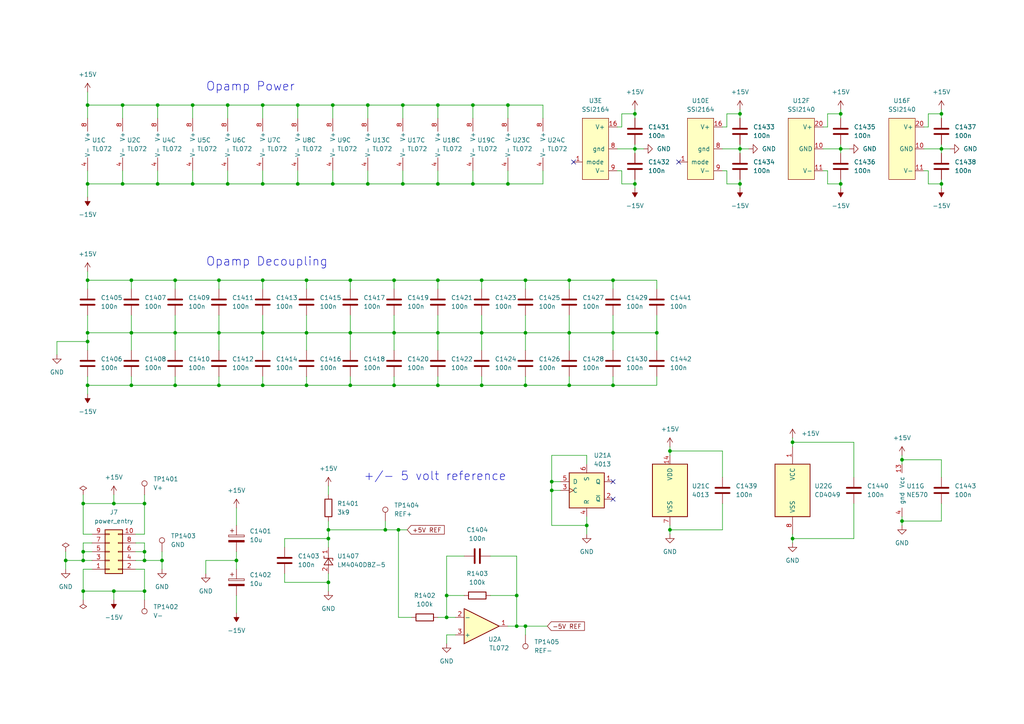
<source format=kicad_sch>
(kicad_sch (version 20230121) (generator eeschema)
  (paper "A4")
  (title_block (title "Josh Ox Ribbon Synth VCF/VCA/BBD board") (date "2023-01-07") (rev "1.0") (comment 1 "creativecommons.org/licenses/by/4.0/") (comment 2 "License: CC by 4.0") (comment 3 "Author: Jordan Aceto"))
  (junction (at 261.62 151.13))
  (junction (at 194.31 130.81))
  (junction (at 114.3 111.76))
  (junction (at 139.7 96.52))
  (junction (at 116.84 53.34))
  (junction (at 63.5 96.52))
  (junction (at 25.4 99.06))
  (junction (at 35.56 30.48))
  (junction (at 33.02 171.45))
  (junction (at 33.02 146.05))
  (junction (at 129.54 172.72))
  (junction (at 127 111.76))
  (junction (at 66.04 53.34))
  (junction (at 106.68 30.48))
  (junction (at 177.8 81.28))
  (junction (at 139.7 81.28))
  (junction (at 214.63 33.02))
  (junction (at 68.58 162.56))
  (junction (at 243.84 53.34))
  (junction (at 76.2 30.48))
  (junction (at 45.72 30.48))
  (junction (at 76.2 96.52))
  (junction (at 86.36 53.34))
  (junction (at 101.6 111.76))
  (junction (at 25.4 81.28))
  (junction (at 115.57 153.67))
  (junction (at 243.84 43.18))
  (junction (at 165.1 96.52))
  (junction (at 19.05 162.56))
  (junction (at 147.32 53.34))
  (junction (at 243.84 33.02))
  (junction (at 127 53.34))
  (junction (at 38.1 111.76))
  (junction (at 149.86 181.61))
  (junction (at 41.91 162.56))
  (junction (at 95.25 153.67))
  (junction (at 50.8 111.76))
  (junction (at 111.76 153.67))
  (junction (at 177.8 111.76))
  (junction (at 63.5 111.76))
  (junction (at 194.31 153.67))
  (junction (at 114.3 96.52))
  (junction (at 41.91 146.05))
  (junction (at 273.05 43.18))
  (junction (at 165.1 111.76))
  (junction (at 96.52 30.48))
  (junction (at 76.2 81.28))
  (junction (at 273.05 33.02))
  (junction (at 88.9 96.52))
  (junction (at 38.1 96.52))
  (junction (at 45.72 53.34))
  (junction (at 24.13 146.05))
  (junction (at 137.16 53.34))
  (junction (at 160.02 142.24))
  (junction (at 50.8 96.52))
  (junction (at 229.87 156.21))
  (junction (at 137.16 30.48))
  (junction (at 25.4 30.48))
  (junction (at 25.4 96.52))
  (junction (at 127 81.28))
  (junction (at 106.68 53.34))
  (junction (at 46.99 162.56))
  (junction (at 149.86 172.72))
  (junction (at 66.04 30.48))
  (junction (at 127 30.48))
  (junction (at 38.1 81.28))
  (junction (at 152.4 111.76))
  (junction (at 261.62 133.35))
  (junction (at 190.5 96.52))
  (junction (at 35.56 53.34))
  (junction (at 170.18 152.4))
  (junction (at 24.13 171.45))
  (junction (at 55.88 53.34))
  (junction (at 160.02 139.7))
  (junction (at 76.2 111.76))
  (junction (at 184.15 43.18))
  (junction (at 114.3 81.28))
  (junction (at 41.91 171.45))
  (junction (at 184.15 53.34))
  (junction (at 152.4 96.52))
  (junction (at 88.9 81.28))
  (junction (at 147.32 30.48))
  (junction (at 41.91 160.02))
  (junction (at 214.63 53.34))
  (junction (at 63.5 81.28))
  (junction (at 116.84 30.48))
  (junction (at 129.54 179.07))
  (junction (at 214.63 43.18))
  (junction (at 184.15 33.02))
  (junction (at 25.4 53.34))
  (junction (at 86.36 30.48))
  (junction (at 101.6 96.52))
  (junction (at 24.13 162.56))
  (junction (at 95.25 156.21))
  (junction (at 76.2 53.34))
  (junction (at 152.4 81.28))
  (junction (at 24.13 160.02))
  (junction (at 152.4 181.61))
  (junction (at 165.1 81.28))
  (junction (at 127 96.52))
  (junction (at 55.88 30.48))
  (junction (at 88.9 111.76))
  (junction (at 50.8 81.28))
  (junction (at 96.52 53.34))
  (junction (at 177.8 96.52))
  (junction (at 273.05 53.34))
  (junction (at 101.6 81.28))
  (junction (at 139.7 111.76))
  (junction (at 25.4 111.76))
  (junction (at 95.25 168.91))
  (junction (at 229.87 128.27))
  (no_connect (at 177.8 139.7))
  (no_connect (at 196.85 46.99))
  (no_connect (at 177.8 144.78))
  (no_connect (at 166.37 46.99))
  (wire (pts (xy 106.68 53.34) (xy 106.68 49.53)))
  (wire (pts (xy 116.84 53.34) (xy 116.84 49.53)))
  (wire (pts (xy 177.8 96.52) (xy 190.5 96.52)))
  (wire (pts (xy 152.4 184.15) (xy 152.4 181.61)))
  (wire (pts (xy 160.02 142.24) (xy 162.56 142.24)))
  (wire (pts (xy 149.86 181.61) (xy 152.4 181.61)))
  (wire (pts (xy 209.55 153.67) (xy 194.31 153.67)))
  (wire (pts (xy 39.37 154.94) (xy 41.91 154.94)))
  (wire (pts (xy 134.62 161.29) (xy 129.54 161.29)))
  (wire (pts (xy 160.02 139.7) (xy 160.02 132.08)))
  (wire (pts (xy 88.9 83.82) (xy 88.9 81.28)))
  (wire (pts (xy 66.04 30.48) (xy 76.2 30.48)))
  (wire (pts (xy 275.59 43.18) (xy 273.05 43.18)))
  (wire (pts (xy 190.5 96.52) (xy 190.5 101.6)))
  (wire (pts (xy 157.48 53.34) (xy 157.48 49.53)))
  (wire (pts (xy 240.03 53.34) (xy 243.84 53.34)))
  (wire (pts (xy 229.87 128.27) (xy 229.87 129.54)))
  (wire (pts (xy 116.84 53.34) (xy 127 53.34)))
  (wire (pts (xy 149.86 172.72) (xy 142.24 172.72)))
  (wire (pts (xy 96.52 30.48) (xy 106.68 30.48)))
  (wire (pts (xy 45.72 30.48) (xy 55.88 30.48)))
  (wire (pts (xy 180.34 36.83) (xy 180.34 33.02)))
  (wire (pts (xy 137.16 30.48) (xy 137.16 34.29)))
  (wire (pts (xy 214.63 54.61) (xy 214.63 53.34)))
  (wire (pts (xy 273.05 33.02) (xy 273.05 34.29)))
  (wire (pts (xy 214.63 43.18) (xy 214.63 44.45)))
  (wire (pts (xy 261.62 152.4) (xy 261.62 151.13)))
  (wire (pts (xy 63.5 91.44) (xy 63.5 96.52)))
  (wire (pts (xy 190.5 81.28) (xy 190.5 83.82)))
  (wire (pts (xy 106.68 34.29) (xy 106.68 30.48)))
  (wire (pts (xy 26.67 165.1) (xy 24.13 165.1)))
  (wire (pts (xy 88.9 111.76) (xy 101.6 111.76)))
  (wire (pts (xy 149.86 161.29) (xy 149.86 172.72)))
  (wire (pts (xy 240.03 36.83) (xy 238.76 36.83)))
  (wire (pts (xy 41.91 171.45) (xy 41.91 165.1)))
  (wire (pts (xy 45.72 30.48) (xy 45.72 34.29)))
  (wire (pts (xy 82.55 156.21) (xy 82.55 158.75)))
  (wire (pts (xy 152.4 181.61) (xy 158.75 181.61)))
  (wire (pts (xy 114.3 111.76) (xy 127 111.76)))
  (wire (pts (xy 55.88 30.48) (xy 55.88 34.29)))
  (wire (pts (xy 35.56 30.48) (xy 45.72 30.48)))
  (wire (pts (xy 88.9 101.6) (xy 88.9 96.52)))
  (wire (pts (xy 127 96.52) (xy 127 101.6)))
  (wire (pts (xy 35.56 30.48) (xy 35.56 34.29)))
  (wire (pts (xy 273.05 41.91) (xy 273.05 43.18)))
  (wire (pts (xy 41.91 143.51) (xy 41.91 146.05)))
  (wire (pts (xy 95.25 153.67) (xy 111.76 153.67)))
  (wire (pts (xy 132.08 179.07) (xy 129.54 179.07)))
  (wire (pts (xy 127 53.34) (xy 137.16 53.34)))
  (wire (pts (xy 25.4 111.76) (xy 38.1 111.76)))
  (wire (pts (xy 157.48 34.29) (xy 157.48 30.48)))
  (wire (pts (xy 127 179.07) (xy 129.54 179.07)))
  (wire (pts (xy 25.4 96.52) (xy 25.4 99.06)))
  (wire (pts (xy 55.88 53.34) (xy 55.88 49.53)))
  (wire (pts (xy 101.6 109.22) (xy 101.6 111.76)))
  (wire (pts (xy 273.05 31.75) (xy 273.05 33.02)))
  (wire (pts (xy 165.1 109.22) (xy 165.1 111.76)))
  (wire (pts (xy 45.72 53.34) (xy 45.72 49.53)))
  (wire (pts (xy 24.13 154.94) (xy 26.67 154.94)))
  (wire (pts (xy 177.8 91.44) (xy 177.8 96.52)))
  (wire (pts (xy 209.55 43.18) (xy 214.63 43.18)))
  (wire (pts (xy 101.6 81.28) (xy 101.6 83.82)))
  (wire (pts (xy 210.82 49.53) (xy 209.55 49.53)))
  (wire (pts (xy 261.62 151.13) (xy 261.62 149.86)))
  (wire (pts (xy 68.58 172.72) (xy 68.58 177.8)))
  (wire (pts (xy 116.84 30.48) (xy 127 30.48)))
  (wire (pts (xy 238.76 43.18) (xy 243.84 43.18)))
  (wire (pts (xy 243.84 53.34) (xy 243.84 52.07)))
  (wire (pts (xy 214.63 41.91) (xy 214.63 43.18)))
  (wire (pts (xy 114.3 81.28) (xy 114.3 83.82)))
  (wire (pts (xy 152.4 81.28) (xy 139.7 81.28)))
  (wire (pts (xy 66.04 53.34) (xy 76.2 53.34)))
  (wire (pts (xy 88.9 96.52) (xy 76.2 96.52)))
  (wire (pts (xy 114.3 96.52) (xy 127 96.52)))
  (wire (pts (xy 82.55 168.91) (xy 82.55 166.37)))
  (wire (pts (xy 95.25 171.45) (xy 95.25 168.91)))
  (wire (pts (xy 177.8 111.76) (xy 190.5 111.76)))
  (wire (pts (xy 139.7 81.28) (xy 139.7 83.82)))
  (wire (pts (xy 160.02 142.24) (xy 160.02 139.7)))
  (wire (pts (xy 45.72 53.34) (xy 55.88 53.34)))
  (wire (pts (xy 25.4 109.22) (xy 25.4 111.76)))
  (wire (pts (xy 76.2 96.52) (xy 76.2 101.6)))
  (wire (pts (xy 137.16 30.48) (xy 147.32 30.48)))
  (wire (pts (xy 38.1 111.76) (xy 50.8 111.76)))
  (wire (pts (xy 184.15 41.91) (xy 184.15 43.18)))
  (wire (pts (xy 76.2 30.48) (xy 76.2 34.29)))
  (wire (pts (xy 240.03 49.53) (xy 240.03 53.34)))
  (wire (pts (xy 139.7 96.52) (xy 139.7 101.6)))
  (wire (pts (xy 63.5 81.28) (xy 76.2 81.28)))
  (wire (pts (xy 46.99 160.02) (xy 46.99 162.56)))
  (wire (pts (xy 101.6 91.44) (xy 101.6 96.52)))
  (wire (pts (xy 229.87 157.48) (xy 229.87 156.21)))
  (wire (pts (xy 46.99 162.56) (xy 41.91 162.56)))
  (wire (pts (xy 127 111.76) (xy 139.7 111.76)))
  (wire (pts (xy 106.68 53.34) (xy 116.84 53.34)))
  (wire (pts (xy 115.57 153.67) (xy 118.11 153.67)))
  (wire (pts (xy 269.24 49.53) (xy 269.24 53.34)))
  (wire (pts (xy 24.13 157.48) (xy 26.67 157.48)))
  (wire (pts (xy 180.34 36.83) (xy 179.07 36.83)))
  (wire (pts (xy 229.87 127) (xy 229.87 128.27)))
  (wire (pts (xy 269.24 53.34) (xy 273.05 53.34)))
  (wire (pts (xy 25.4 49.53) (xy 25.4 53.34)))
  (wire (pts (xy 41.91 146.05) (xy 33.02 146.05)))
  (wire (pts (xy 269.24 49.53) (xy 267.97 49.53)))
  (wire (pts (xy 194.31 154.94) (xy 194.31 153.67)))
  (wire (pts (xy 177.8 81.28) (xy 177.8 83.82)))
  (wire (pts (xy 96.52 34.29) (xy 96.52 30.48)))
  (wire (pts (xy 86.36 53.34) (xy 86.36 49.53)))
  (wire (pts (xy 46.99 165.1) (xy 46.99 162.56)))
  (wire (pts (xy 152.4 96.52) (xy 139.7 96.52)))
  (wire (pts (xy 38.1 101.6) (xy 38.1 96.52)))
  (wire (pts (xy 88.9 111.76) (xy 88.9 109.22)))
  (wire (pts (xy 35.56 53.34) (xy 45.72 53.34)))
  (wire (pts (xy 101.6 96.52) (xy 101.6 101.6)))
  (wire (pts (xy 184.15 31.75) (xy 184.15 33.02)))
  (wire (pts (xy 273.05 53.34) (xy 273.05 52.07)))
  (wire (pts (xy 116.84 30.48) (xy 116.84 34.29)))
  (wire (pts (xy 170.18 132.08) (xy 170.18 134.62)))
  (wire (pts (xy 165.1 96.52) (xy 177.8 96.52)))
  (wire (pts (xy 165.1 96.52) (xy 165.1 101.6)))
  (wire (pts (xy 24.13 143.51) (xy 24.13 146.05)))
  (wire (pts (xy 180.34 33.02) (xy 184.15 33.02)))
  (wire (pts (xy 111.76 153.67) (xy 115.57 153.67)))
  (wire (pts (xy 76.2 81.28) (xy 76.2 83.82)))
  (wire (pts (xy 19.05 162.56) (xy 24.13 162.56)))
  (wire (pts (xy 149.86 181.61) (xy 149.86 172.72)))
  (wire (pts (xy 184.15 54.61) (xy 184.15 53.34)))
  (wire (pts (xy 63.5 96.52) (xy 76.2 96.52)))
  (wire (pts (xy 111.76 151.13) (xy 111.76 153.67)))
  (wire (pts (xy 38.1 96.52) (xy 50.8 96.52)))
  (wire (pts (xy 38.1 81.28) (xy 25.4 81.28)))
  (wire (pts (xy 95.25 151.13) (xy 95.25 153.67)))
  (wire (pts (xy 184.15 53.34) (xy 184.15 52.07)))
  (wire (pts (xy 55.88 53.34) (xy 66.04 53.34)))
  (wire (pts (xy 190.5 91.44) (xy 190.5 96.52)))
  (wire (pts (xy 95.25 156.21) (xy 82.55 156.21)))
  (wire (pts (xy 184.15 43.18) (xy 184.15 44.45)))
  (wire (pts (xy 24.13 173.99) (xy 24.13 171.45)))
  (wire (pts (xy 152.4 81.28) (xy 165.1 81.28)))
  (wire (pts (xy 127 109.22) (xy 127 111.76)))
  (wire (pts (xy 16.51 102.87) (xy 16.51 99.06)))
  (wire (pts (xy 39.37 157.48) (xy 41.91 157.48)))
  (wire (pts (xy 243.84 31.75) (xy 243.84 33.02)))
  (wire (pts (xy 127 81.28) (xy 127 83.82)))
  (wire (pts (xy 41.91 154.94) (xy 41.91 146.05)))
  (wire (pts (xy 160.02 132.08) (xy 170.18 132.08)))
  (wire (pts (xy 39.37 160.02) (xy 41.91 160.02)))
  (wire (pts (xy 95.25 168.91) (xy 82.55 168.91)))
  (wire (pts (xy 88.9 81.28) (xy 101.6 81.28)))
  (wire (pts (xy 273.05 133.35) (xy 273.05 138.43)))
  (wire (pts (xy 261.62 151.13) (xy 273.05 151.13)))
  (wire (pts (xy 194.31 153.67) (xy 194.31 152.4)))
  (wire (pts (xy 115.57 153.67) (xy 115.57 179.07)))
  (wire (pts (xy 180.34 49.53) (xy 180.34 53.34)))
  (wire (pts (xy 152.4 83.82) (xy 152.4 81.28)))
  (wire (pts (xy 184.15 33.02) (xy 184.15 34.29)))
  (wire (pts (xy 194.31 129.54) (xy 194.31 130.81)))
  (wire (pts (xy 68.58 147.32) (xy 68.58 152.4)))
  (wire (pts (xy 127 96.52) (xy 139.7 96.52)))
  (wire (pts (xy 137.16 53.34) (xy 137.16 49.53)))
  (wire (pts (xy 41.91 160.02) (xy 41.91 157.48)))
  (wire (pts (xy 41.91 165.1) (xy 39.37 165.1)))
  (wire (pts (xy 247.65 146.05) (xy 247.65 156.21)))
  (wire (pts (xy 101.6 81.28) (xy 114.3 81.28)))
  (wire (pts (xy 16.51 99.06) (xy 25.4 99.06)))
  (wire (pts (xy 129.54 184.15) (xy 129.54 186.69)))
  (wire (pts (xy 68.58 160.02) (xy 68.58 162.56)))
  (wire (pts (xy 41.91 162.56) (xy 41.91 160.02)))
  (wire (pts (xy 86.36 53.34) (xy 96.52 53.34)))
  (wire (pts (xy 19.05 165.1) (xy 19.05 162.56)))
  (wire (pts (xy 33.02 143.51) (xy 33.02 146.05)))
  (wire (pts (xy 76.2 53.34) (xy 86.36 53.34)))
  (wire (pts (xy 24.13 171.45) (xy 33.02 171.45)))
  (wire (pts (xy 114.3 109.22) (xy 114.3 111.76)))
  (wire (pts (xy 50.8 111.76) (xy 63.5 111.76)))
  (wire (pts (xy 210.82 36.83) (xy 209.55 36.83)))
  (wire (pts (xy 243.84 54.61) (xy 243.84 53.34)))
  (wire (pts (xy 68.58 162.56) (xy 68.58 165.1)))
  (wire (pts (xy 24.13 165.1) (xy 24.13 171.45)))
  (wire (pts (xy 152.4 111.76) (xy 165.1 111.76)))
  (wire (pts (xy 190.5 109.22) (xy 190.5 111.76)))
  (wire (pts (xy 147.32 181.61) (xy 149.86 181.61)))
  (wire (pts (xy 247.65 156.21) (xy 229.87 156.21)))
  (wire (pts (xy 147.32 53.34) (xy 157.48 53.34)))
  (wire (pts (xy 210.82 33.02) (xy 214.63 33.02)))
  (wire (pts (xy 50.8 96.52) (xy 50.8 101.6)))
  (wire (pts (xy 127 91.44) (xy 127 96.52)))
  (wire (pts (xy 24.13 157.48) (xy 24.13 160.02)))
  (wire (pts (xy 179.07 43.18) (xy 184.15 43.18)))
  (wire (pts (xy 26.67 162.56) (xy 24.13 162.56)))
  (wire (pts (xy 38.1 83.82) (xy 38.1 81.28)))
  (wire (pts (xy 127 30.48) (xy 137.16 30.48)))
  (wire (pts (xy 25.4 81.28) (xy 25.4 83.82)))
  (wire (pts (xy 114.3 96.52) (xy 114.3 101.6)))
  (wire (pts (xy 63.5 109.22) (xy 63.5 111.76)))
  (wire (pts (xy 88.9 81.28) (xy 76.2 81.28)))
  (wire (pts (xy 214.63 33.02) (xy 214.63 34.29)))
  (wire (pts (xy 261.62 133.35) (xy 261.62 134.62)))
  (wire (pts (xy 101.6 111.76) (xy 114.3 111.76)))
  (wire (pts (xy 88.9 96.52) (xy 101.6 96.52)))
  (wire (pts (xy 139.7 91.44) (xy 139.7 96.52)))
  (wire (pts (xy 50.8 81.28) (xy 63.5 81.28)))
  (wire (pts (xy 88.9 96.52) (xy 88.9 91.44)))
  (wire (pts (xy 33.02 146.05) (xy 24.13 146.05)))
  (wire (pts (xy 106.68 30.48) (xy 116.84 30.48)))
  (wire (pts (xy 66.04 30.48) (xy 66.04 34.29)))
  (wire (pts (xy 170.18 149.86) (xy 170.18 152.4)))
  (wire (pts (xy 127 81.28) (xy 139.7 81.28)))
  (wire (pts (xy 240.03 36.83) (xy 240.03 33.02)))
  (wire (pts (xy 139.7 111.76) (xy 152.4 111.76)))
  (wire (pts (xy 101.6 96.52) (xy 114.3 96.52)))
  (wire (pts (xy 86.36 30.48) (xy 96.52 30.48)))
  (wire (pts (xy 180.34 53.34) (xy 184.15 53.34)))
  (wire (pts (xy 66.04 53.34) (xy 66.04 49.53)))
  (wire (pts (xy 217.17 43.18) (xy 214.63 43.18)))
  (wire (pts (xy 165.1 111.76) (xy 177.8 111.76)))
  (wire (pts (xy 160.02 139.7) (xy 162.56 139.7)))
  (wire (pts (xy 41.91 173.99) (xy 41.91 171.45)))
  (wire (pts (xy 25.4 30.48) (xy 35.56 30.48)))
  (wire (pts (xy 95.25 166.37) (xy 95.25 168.91)))
  (wire (pts (xy 59.69 162.56) (xy 68.58 162.56)))
  (wire (pts (xy 243.84 33.02) (xy 243.84 34.29)))
  (wire (pts (xy 39.37 162.56) (xy 41.91 162.56)))
  (wire (pts (xy 261.62 132.08) (xy 261.62 133.35)))
  (wire (pts (xy 273.05 54.61) (xy 273.05 53.34)))
  (wire (pts (xy 165.1 81.28) (xy 177.8 81.28)))
  (wire (pts (xy 273.05 43.18) (xy 273.05 44.45)))
  (wire (pts (xy 170.18 154.94) (xy 170.18 152.4)))
  (wire (pts (xy 25.4 91.44) (xy 25.4 96.52)))
  (wire (pts (xy 50.8 96.52) (xy 63.5 96.52)))
  (wire (pts (xy 243.84 41.91) (xy 243.84 43.18)))
  (wire (pts (xy 127 30.48) (xy 127 34.29)))
  (wire (pts (xy 147.32 30.48) (xy 157.48 30.48)))
  (wire (pts (xy 24.13 160.02) (xy 24.13 162.56)))
  (wire (pts (xy 115.57 179.07) (xy 119.38 179.07)))
  (wire (pts (xy 114.3 91.44) (xy 114.3 96.52)))
  (wire (pts (xy 229.87 156.21) (xy 229.87 154.94)))
  (wire (pts (xy 25.4 99.06) (xy 25.4 101.6)))
  (wire (pts (xy 95.25 158.75) (xy 95.25 156.21)))
  (wire (pts (xy 127 53.34) (xy 127 49.53)))
  (wire (pts (xy 76.2 111.76) (xy 88.9 111.76)))
  (wire (pts (xy 38.1 111.76) (xy 38.1 109.22)))
  (wire (pts (xy 25.4 57.15) (xy 25.4 53.34)))
  (wire (pts (xy 95.25 140.97) (xy 95.25 143.51)))
  (wire (pts (xy 209.55 130.81) (xy 209.55 138.43)))
  (wire (pts (xy 269.24 33.02) (xy 273.05 33.02)))
  (wire (pts (xy 38.1 81.28) (xy 50.8 81.28)))
  (wire (pts (xy 261.62 133.35) (xy 273.05 133.35)))
  (wire (pts (xy 165.1 91.44) (xy 165.1 96.52)))
  (wire (pts (xy 25.4 30.48) (xy 25.4 34.29)))
  (wire (pts (xy 210.82 36.83) (xy 210.82 33.02)))
  (wire (pts (xy 152.4 96.52) (xy 165.1 96.52)))
  (wire (pts (xy 247.65 138.43) (xy 247.65 128.27)))
  (wire (pts (xy 129.54 161.29) (xy 129.54 172.72)))
  (wire (pts (xy 240.03 49.53) (xy 238.76 49.53)))
  (wire (pts (xy 243.84 43.18) (xy 243.84 44.45)))
  (wire (pts (xy 95.25 153.67) (xy 95.25 156.21)))
  (wire (pts (xy 147.32 34.29) (xy 147.32 30.48)))
  (wire (pts (xy 33.02 171.45) (xy 33.02 173.99)))
  (wire (pts (xy 142.24 161.29) (xy 149.86 161.29)))
  (wire (pts (xy 55.88 30.48) (xy 66.04 30.48)))
  (wire (pts (xy 177.8 81.28) (xy 190.5 81.28)))
  (wire (pts (xy 50.8 109.22) (xy 50.8 111.76)))
  (wire (pts (xy 137.16 53.34) (xy 147.32 53.34)))
  (wire (pts (xy 210.82 49.53) (xy 210.82 53.34)))
  (wire (pts (xy 129.54 179.07) (xy 129.54 172.72)))
  (wire (pts (xy 209.55 146.05) (xy 209.55 153.67)))
  (wire (pts (xy 139.7 109.22) (xy 139.7 111.76)))
  (wire (pts (xy 209.55 130.81) (xy 194.31 130.81)))
  (wire (pts (xy 96.52 53.34) (xy 106.68 53.34)))
  (wire (pts (xy 25.4 111.76) (xy 25.4 114.3)))
  (wire (pts (xy 114.3 81.28) (xy 127 81.28)))
  (wire (pts (xy 269.24 36.83) (xy 267.97 36.83)))
  (wire (pts (xy 33.02 171.45) (xy 41.91 171.45)))
  (wire (pts (xy 38.1 96.52) (xy 38.1 91.44)))
  (wire (pts (xy 76.2 53.34) (xy 76.2 49.53)))
  (wire (pts (xy 59.69 166.37) (xy 59.69 162.56)))
  (wire (pts (xy 86.36 30.48) (xy 86.36 34.29)))
  (wire (pts (xy 160.02 152.4) (xy 160.02 142.24)))
  (wire (pts (xy 165.1 81.28) (xy 165.1 83.82)))
  (wire (pts (xy 170.18 152.4) (xy 160.02 152.4)))
  (wire (pts (xy 210.82 53.34) (xy 214.63 53.34)))
  (wire (pts (xy 152.4 101.6) (xy 152.4 96.52)))
  (wire (pts (xy 267.97 43.18) (xy 273.05 43.18)))
  (wire (pts (xy 63.5 111.76) (xy 76.2 111.76)))
  (wire (pts (xy 269.24 36.83) (xy 269.24 33.02)))
  (wire (pts (xy 25.4 53.34) (xy 35.56 53.34)))
  (wire (pts (xy 247.65 128.27) (xy 229.87 128.27)))
  (wire (pts (xy 246.38 43.18) (xy 243.84 43.18)))
  (wire (pts (xy 63.5 96.52) (xy 63.5 101.6)))
  (wire (pts (xy 50.8 96.52) (xy 50.8 91.44)))
  (wire (pts (xy 19.05 160.02) (xy 19.05 162.56)))
  (wire (pts (xy 76.2 30.48) (xy 86.36 30.48)))
  (wire (pts (xy 24.13 160.02) (xy 26.67 160.02)))
  (wire (pts (xy 152.4 111.76) (xy 152.4 109.22)))
  (wire (pts (xy 76.2 109.22) (xy 76.2 111.76)))
  (wire (pts (xy 152.4 96.52) (xy 152.4 91.44)))
  (wire (pts (xy 63.5 81.28) (xy 63.5 83.82)))
  (wire (pts (xy 132.08 184.15) (xy 129.54 184.15)))
  (wire (pts (xy 38.1 96.52) (xy 25.4 96.52)))
  (wire (pts (xy 214.63 31.75) (xy 214.63 33.02)))
  (wire (pts (xy 214.63 53.34) (xy 214.63 52.07)))
  (wire (pts (xy 273.05 146.05) (xy 273.05 151.13)))
  (wire (pts (xy 24.13 146.05) (xy 24.13 154.94)))
  (wire (pts (xy 35.56 49.53) (xy 35.56 53.34)))
  (wire (pts (xy 96.52 53.34) (xy 96.52 49.53)))
  (wire (pts (xy 180.34 49.53) (xy 179.07 49.53)))
  (wire (pts (xy 194.31 130.81) (xy 194.31 132.08)))
  (wire (pts (xy 50.8 81.28) (xy 50.8 83.82)))
  (wire (pts (xy 129.54 172.72) (xy 134.62 172.72)))
  (wire (pts (xy 76.2 91.44) (xy 76.2 96.52)))
  (wire (pts (xy 25.4 26.67) (xy 25.4 30.48)))
  (wire (pts (xy 186.69 43.18) (xy 184.15 43.18)))
  (wire (pts (xy 240.03 33.02) (xy 243.84 33.02)))
  (wire (pts (xy 177.8 96.52) (xy 177.8 101.6)))
  (wire (pts (xy 147.32 53.34) (xy 147.32 49.53)))
  (wire (pts (xy 25.4 78.74) (xy 25.4 81.28)))
  (wire (pts (xy 177.8 109.22) (xy 177.8 111.76)))
  (text "Opamp Decoupling" (at 59.69 77.47 0) (effects (font (size 2.5 2.5)) (justify left bottom)))
  (text "Opamp Power" (at 59.69 26.67 0) (effects (font (size 2.5 2.5)) (justify left bottom)))
  (text "+/- 5 volt reference" (at 105.41 139.7 0) (effects (font (size 2.5 2.5)) (justify left bottom)))
  (global_label "+5V REF" (shape input) (at 118.11 153.67 0) (property "Intersheetrefs" "${INTERSHEET_REFS}" (effects hide)))
  (global_label "-5V REF" (shape input) (at 158.75 181.61 0) (property "Intersheetrefs" "${INTERSHEET_REFS}" (effects hide)))
  (symbol (lib_id "Device:C") (at 38.1 87.63 0) (unit 1)
    (property "Reference" "C1407" (at 41.91 86.3599 0) (effects (justify left)))
    (property "Value" "100n" (at 41.91 88.8999 0) (effects (justify left)))
    (property "Footprint" "Capacitor_SMD:C_0805_2012Metric" (effects hide))
  )
  (symbol (lib_id "Connector:TestPoint") (at 41.91 173.99 180) (unit 1) (in_bom no)
    (property "Reference" "TP1402" (at 44.45 176.0219 0) (effects (justify right)))
    (property "Value" "V-" (at 44.45 178.5619 0) (effects (justify right)))
    (property "Footprint" "TestPoint:TestPoint_Keystone_5000-5004_Miniature" (effects hide))
  )
  (symbol (lib_id "Amplifier_Operational:TL072") (at 88.9 41.91 0) (unit 3)
    (property "Reference" "U8" (at 87.63 40.6399 0) (effects (justify left)))
    (property "Value" "TL072" (at 87.63 43.1799 0) (effects (justify left)))
    (property "Footprint" "Package_SO:SOIC-8_3.9x4.9mm_P1.27mm" (effects hide))
    (property "Datasheet" "http://www.ti.com/lit/ds/symlink/tl071.pdf" (effects hide))
  )
  (symbol (lib_id "power:PWR_FLAG") (at 24.13 143.51 0) (unit 1)
    (property "Reference" "#FLG01402" (effects hide))
    (property "Value" "PWR_FLAG" (effects hide))
  )
  (symbol (lib_id "Device:C") (at 214.63 48.26 0) (unit 1)
    (property "Reference" "C1434" (at 218.44 46.9899 0) (effects (justify left)))
    (property "Value" "100n" (at 218.44 49.5299 0) (effects (justify left)))
    (property "Footprint" "Capacitor_SMD:C_0805_2012Metric" (effects hide))
  )
  (symbol (lib_id "power:+15V") (at 184.15 31.75 0) (unit 1)
    (property "Reference" "#PWR0116" (effects hide))
    (property "Value" "+15V" (at 184.15 26.67 0))
  )
  (symbol (lib_id "power:GND") (at 217.17 43.18 90) (unit 1)
    (property "Reference" "#PWR0123" (effects hide))
    (property "Value" "GND" (at 220.98 43.1799 90) (effects (justify right)))
  )
  (symbol (lib_id "Device:C") (at 243.84 48.26 0) (unit 1)
    (property "Reference" "C1436" (at 247.65 46.9899 0) (effects (justify left)))
    (property "Value" "100n" (at 247.65 49.5299 0) (effects (justify left)))
    (property "Footprint" "Capacitor_SMD:C_0805_2012Metric" (effects hide))
  )
  (symbol (lib_id "Amplifier_Operational:TL072") (at 38.1 41.91 0) (unit 3)
    (property "Reference" "U2" (at 36.83 40.6399 0) (effects (justify left)))
    (property "Value" "TL072" (at 36.83 43.1799 0) (effects (justify left)))
    (property "Footprint" "Package_SO:SOIC-8_3.9x4.9mm_P1.27mm" (effects hide))
    (property "Datasheet" "http://www.ti.com/lit/ds/symlink/tl071.pdf" (effects hide))
  )
  (symbol (lib_id "power:GND") (at 229.87 157.48 0) (unit 1)
    (property "Reference" "#PWR01434" (effects hide))
    (property "Value" "GND" (at 229.87 162.56 0))
  )
  (symbol (lib_id "power:GND") (at 246.38 43.18 90) (unit 1)
    (property "Reference" "#PWR0121" (effects hide))
    (property "Value" "GND" (at 250.19 43.1799 90) (effects (justify right)))
  )
  (symbol (lib_id "power:PWR_FLAG") (at 24.13 173.99 180) (unit 1)
    (property "Reference" "#FLG01403" (effects hide))
    (property "Value" "PWR_FLAG" (effects hide))
  )
  (symbol (lib_id "power:GND") (at 275.59 43.18 90) (unit 1)
    (property "Reference" "#PWR01439" (effects hide))
    (property "Value" "GND" (at 279.4 43.1799 90) (effects (justify right)))
  )
  (symbol (lib_id "Device:C") (at 63.5 87.63 0) (unit 1)
    (property "Reference" "C1411" (at 67.31 86.3599 0) (effects (justify left)))
    (property "Value" "100n" (at 67.31 88.8999 0) (effects (justify left)))
    (property "Footprint" "Capacitor_SMD:C_0805_2012Metric" (effects hide))
  )
  (symbol (lib_id "power:+15V") (at 243.84 31.75 0) (unit 1)
    (property "Reference" "#PWR0120" (effects hide))
    (property "Value" "+15V" (at 243.84 26.67 0))
  )
  (symbol (lib_id "Device:C") (at 76.2 87.63 0) (unit 1)
    (property "Reference" "C1413" (at 80.01 86.3599 0) (effects (justify left)))
    (property "Value" "100n" (at 80.01 88.8999 0) (effects (justify left)))
    (property "Footprint" "Capacitor_SMD:C_0805_2012Metric" (effects hide))
  )
  (symbol (lib_id "Amplifier_Operational:TL072") (at 149.86 41.91 0) (unit 3)
    (property "Reference" "U23" (at 148.59 40.6399 0) (effects (justify left)))
    (property "Value" "TL072" (at 148.59 43.1799 0) (effects (justify left)))
    (property "Footprint" "Package_SO:SOIC-8_3.9x4.9mm_P1.27mm" (effects hide))
    (property "Datasheet" "http://www.ti.com/lit/ds/symlink/tl071.pdf" (effects hide))
  )
  (symbol (lib_id "power:+15V") (at 25.4 26.67 0) (unit 1)
    (property "Reference" "#PWR01403" (effects hide))
    (property "Value" "+15V" (at 25.4 21.59 0))
  )
  (symbol (lib_id "power:+15V") (at 25.4 78.74 0) (unit 1)
    (property "Reference" "#PWR01405" (effects hide))
    (property "Value" "+15V" (at 25.4 73.66 0))
  )
  (symbol (lib_id "power:+15V") (at 214.63 31.75 0) (unit 1)
    (property "Reference" "#PWR0119" (effects hide))
    (property "Value" "+15V" (at 214.63 26.67 0))
  )
  (symbol (lib_id "Device:C") (at 243.84 38.1 0) (unit 1)
    (property "Reference" "C1435" (at 247.65 36.8299 0) (effects (justify left)))
    (property "Value" "100n" (at 247.65 39.3699 0) (effects (justify left)))
    (property "Footprint" "Capacitor_SMD:C_0805_2012Metric" (effects hide))
  )
  (symbol (lib_id "Device:C") (at 152.4 105.41 0) (unit 1)
    (property "Reference" "C1426" (at 156.21 104.1399 0) (effects (justify left)))
    (property "Value" "100n" (at 156.21 106.6799 0) (effects (justify left)))
    (property "Footprint" "Capacitor_SMD:C_0805_2012Metric" (effects hide))
  )
  (symbol (lib_id "Device:C") (at 127 105.41 0) (unit 1)
    (property "Reference" "C1422" (at 130.81 104.1399 0) (effects (justify left)))
    (property "Value" "100n" (at 130.81 106.6799 0) (effects (justify left)))
    (property "Footprint" "Capacitor_SMD:C_0805_2012Metric" (effects hide))
  )
  (symbol (lib_id "custom_symbols:CD4049") (at 229.87 142.24 0) (unit 7)
    (property "Reference" "U22" (at 236.22 140.9699 0) (effects (justify left)))
    (property "Value" "CD4049" (at 236.22 143.5099 0) (effects (justify left)))
    (property "Footprint" "Package_SO:TSSOP-16_4.4x5mm_P0.65mm" (effects hide))
    (property "Datasheet" "http://www.intersil.com/content/dam/intersil/documents/cd40/cd4049ubms.pdf" (effects hide))
  )
  (symbol (lib_id "power:+15V") (at 68.58 147.32 0) (unit 1)
    (property "Reference" "#PWR01411" (effects hide))
    (property "Value" "+15V" (at 68.58 142.24 0))
  )
  (symbol (lib_id "Amplifier_Operational:TL072") (at 139.7 41.91 0) (unit 3)
    (property "Reference" "U19" (at 138.43 40.6399 0) (effects (justify left)))
    (property "Value" "TL072" (at 138.43 43.1799 0) (effects (justify left)))
    (property "Footprint" "Package_SO:SOIC-8_3.9x4.9mm_P1.27mm" (effects hide))
    (property "Datasheet" "http://www.ti.com/lit/ds/symlink/tl071.pdf" (effects hide))
  )
  (symbol (lib_id "Device:C") (at 273.05 38.1 0) (unit 1)
    (property "Reference" "C1437" (at 276.86 36.8299 0) (effects (justify left)))
    (property "Value" "100n" (at 276.86 39.3699 0) (effects (justify left)))
    (property "Footprint" "Capacitor_SMD:C_0805_2012Metric" (effects hide))
  )
  (symbol (lib_id "power:+15V") (at 229.87 127 0) (unit 1)
    (property "Reference" "#PWR01433" (effects hide))
    (property "Value" "+15V" (at 232.41 125.7299 0) (effects (justify left)))
  )
  (symbol (lib_id "power:+15V") (at 33.02 143.51 0) (unit 1)
    (property "Reference" "#PWR01407" (effects hide))
    (property "Value" "+15V" (at 33.02 138.43 0))
  )
  (symbol (lib_id "power:+15V") (at 95.25 140.97 0) (unit 1)
    (property "Reference" "#PWR01414" (effects hide))
    (property "Value" "+15V" (at 95.25 135.89 0))
  )
  (symbol (lib_id "Device:C") (at 114.3 105.41 0) (unit 1)
    (property "Reference" "C1420" (at 118.11 104.1399 0) (effects (justify left)))
    (property "Value" "100n" (at 118.11 106.6799 0) (effects (justify left)))
    (property "Footprint" "Capacitor_SMD:C_0805_2012Metric" (effects hide))
  )
  (symbol (lib_id "Device:C") (at 101.6 105.41 180) (unit 1)
    (property "Reference" "C1418" (at 105.41 104.1399 0) (effects (justify right)))
    (property "Value" "100n" (at 105.41 106.6799 0) (effects (justify right)))
    (property "Footprint" "Capacitor_SMD:C_0805_2012Metric" (effects hide))
  )
  (symbol (lib_id "power:+15V") (at 273.05 31.75 0) (unit 1)
    (property "Reference" "#PWR01435" (effects hide))
    (property "Value" "+15V" (at 273.05 26.67 0))
  )
  (symbol (lib_id "Device:C") (at 214.63 38.1 0) (unit 1)
    (property "Reference" "C1433" (at 218.44 36.8299 0) (effects (justify left)))
    (property "Value" "100n" (at 218.44 39.3699 0) (effects (justify left)))
    (property "Footprint" "Capacitor_SMD:C_0805_2012Metric" (effects hide))
  )
  (symbol (lib_id "Device:C") (at 165.1 105.41 0) (unit 1)
    (property "Reference" "C1428" (at 168.91 104.1399 0) (effects (justify left)))
    (property "Value" "100n" (at 168.91 106.6799 0) (effects (justify left)))
    (property "Footprint" "Capacitor_SMD:C_0805_2012Metric" (effects hide))
  )
  (symbol (lib_id "Device:C") (at 88.9 105.41 0) (unit 1)
    (property "Reference" "C1416" (at 92.71 104.1399 0) (effects (justify left)))
    (property "Value" "100n" (at 92.71 106.6799 0) (effects (justify left)))
    (property "Footprint" "Capacitor_SMD:C_0805_2012Metric" (effects hide))
  )
  (symbol (lib_id "Connector:TestPoint") (at 46.99 160.02 0) (unit 1) (in_bom no)
    (property "Reference" "TP1403" (at 49.53 155.4479 0) (effects (justify left)))
    (property "Value" "GND" (at 49.53 157.9879 0) (effects (justify left)))
    (property "Footprint" "TestPoint:TestPoint_Bridge_Pitch7.62mm_Drill1.3mm" (effects hide))
  )
  (symbol (lib_id "Device:C") (at 177.8 87.63 0) (unit 1)
    (property "Reference" "C1429" (at 181.61 86.3599 0) (effects (justify left)))
    (property "Value" "100n" (at 181.61 88.8999 0) (effects (justify left)))
    (property "Footprint" "Capacitor_SMD:C_0805_2012Metric" (effects hide))
  )
  (symbol (lib_id "Amplifier_Operational:TL072") (at 119.38 41.91 0) (unit 3)
    (property "Reference" "U17" (at 118.11 40.6399 0) (effects (justify left)))
    (property "Value" "TL072" (at 118.11 43.1799 0) (effects (justify left)))
    (property "Footprint" "Package_SO:SOIC-8_3.9x4.9mm_P1.27mm" (effects hide))
    (property "Datasheet" "http://www.ti.com/lit/ds/symlink/tl071.pdf" (effects hide))
  )
  (symbol (lib_id "Device:C_Polarized") (at 68.58 168.91 0) (unit 1)
    (property "Reference" "C1402" (at 72.39 166.7509 0) (effects (justify left)))
    (property "Value" "10u" (at 72.39 169.2909 0) (effects (justify left)))
    (property "Footprint" "Capacitor_THT:CP_Radial_D6.3mm_P2.50mm" (effects hide))
  )
  (symbol (lib_id "power:GND") (at 95.25 171.45 0) (mirror y) (unit 1)
    (property "Reference" "#PWR01413" (effects hide))
    (property "Value" "GND" (at 95.25 176.53 0))
  )
  (symbol (lib_id "Device:C") (at 82.55 162.56 0) (unit 1)
    (property "Reference" "C1403" (at 86.36 161.2899 0) (effects (justify left)))
    (property "Value" "100n" (at 86.36 163.8299 0) (effects (justify left)))
    (property "Footprint" "Capacitor_SMD:C_0805_2012Metric" (effects hide))
  )
  (symbol (lib_id "Connector:TestPoint") (at 111.76 151.13 0) (unit 1) (in_bom no)
    (property "Reference" "TP1404" (at 114.3 146.5579 0) (effects (justify left)))
    (property "Value" "REF+" (at 114.3 149.0979 0) (effects (justify left)))
    (property "Footprint" "TestPoint:TestPoint_Keystone_5000-5004_Miniature" (effects hide))
  )
  (symbol (lib_id "power:GND") (at 16.51 102.87 0) (unit 1)
    (property "Reference" "#PWR01401" (effects hide))
    (property "Value" "GND" (at 16.51 107.95 0))
  )
  (symbol (lib_id "Amplifier_Operational:TL072") (at 129.54 41.91 0) (unit 3)
    (property "Reference" "U18" (at 128.27 40.6399 0) (effects (justify left)))
    (property "Value" "TL072" (at 128.27 43.1799 0) (effects (justify left)))
    (property "Footprint" "Package_SO:SOIC-8_3.9x4.9mm_P1.27mm" (effects hide))
    (property "Datasheet" "http://www.ti.com/lit/ds/symlink/tl071.pdf" (effects hide))
  )
  (symbol (lib_id "Device:R") (at 95.25 147.32 0) (unit 1)
    (property "Reference" "R1401" (at 97.79 146.0499 0) (effects (justify left)))
    (property "Value" "3k9" (at 97.79 148.5899 0) (effects (justify left)))
    (property "Footprint" "Resistor_SMD:R_0805_2012Metric" (effects hide))
  )
  (symbol (lib_id "power:GND") (at 261.62 152.4 0) (unit 1)
    (property "Reference" "#PWR0109" (effects hide))
    (property "Value" "GND" (at 261.62 157.48 0))
  )
  (symbol (lib_id "Connector_Generic:Conn_02x05_Odd_Even") (at 31.75 160.02 0) (mirror x) (unit 1)
    (property "Reference" "J7" (at 33.02 148.59 0))
    (property "Value" "power_entry" (at 33.02 151.13 0))
    (property "Footprint" "Connector_IDC:IDC-Header_2x05_P2.54mm_Vertical" (effects hide))
  )
  (symbol (lib_id "Amplifier_Operational:TL072") (at 58.42 41.91 0) (unit 3)
    (property "Reference" "U5" (at 57.15 40.6399 0) (effects (justify left)))
    (property "Value" "TL072" (at 57.15 43.1799 0) (effects (justify left)))
    (property "Footprint" "Package_SO:SOIC-8_3.9x4.9mm_P1.27mm" (effects hide))
    (property "Datasheet" "http://www.ti.com/lit/ds/symlink/tl071.pdf" (effects hide))
  )
  (symbol (lib_id "Device:C") (at 25.4 87.63 0) (unit 1)
    (property "Reference" "C1405" (at 29.21 86.3599 0) (effects (justify left)))
    (property "Value" "100n" (at 29.21 88.8999 0) (effects (justify left)))
    (property "Footprint" "Capacitor_SMD:C_0805_2012Metric" (effects hide))
  )
  (symbol (lib_id "power:GND") (at 194.31 154.94 0) (unit 1)
    (property "Reference" "#PWR01424" (effects hide))
    (property "Value" "GND" (at 194.31 160.02 0))
  )
  (symbol (lib_id "power:-15V") (at 243.84 54.61 180) (unit 1)
    (property "Reference" "#PWR0122" (effects hide))
    (property "Value" "-15V" (at 243.84 59.69 0))
  )
  (symbol (lib_id "power:GND") (at 129.54 186.69 0) (unit 1)
    (property "Reference" "#PWR0114" (effects hide))
    (property "Value" "GND" (at 129.54 191.77 0))
  )
  (symbol (lib_id "Device:C_Polarized") (at 68.58 156.21 0) (unit 1)
    (property "Reference" "C1401" (at 72.39 154.0509 0) (effects (justify left)))
    (property "Value" "10u" (at 72.39 156.5909 0) (effects (justify left)))
    (property "Footprint" "Capacitor_THT:CP_Radial_D6.3mm_P2.50mm" (effects hide))
  )
  (symbol (lib_id "Amplifier_Operational:TL072") (at 160.02 41.91 0) (unit 3)
    (property "Reference" "U24" (at 158.75 40.6399 0) (effects (justify left)))
    (property "Value" "TL072" (at 158.75 43.1799 0) (effects (justify left)))
    (property "Footprint" "Package_SO:SOIC-8_3.9x4.9mm_P1.27mm" (effects hide))
    (property "Datasheet" "http://www.ti.com/lit/ds/symlink/tl071.pdf" (effects hide))
  )
  (symbol (lib_id "Device:C") (at 209.55 142.24 0) (unit 1)
    (property "Reference" "C1439" (at 213.36 140.9699 0) (effects (justify left)))
    (property "Value" "100n" (at 213.36 143.5099 0) (effects (justify left)))
    (property "Footprint" "Capacitor_SMD:C_0805_2012Metric" (effects hide))
  )
  (symbol (lib_id "Amplifier_Operational:TL072") (at 139.7 181.61 0) (mirror x) (unit 1)
    (property "Reference" "U2" (at 143.51 185.42 0))
    (property "Value" "TL072" (at 144.78 187.96 0))
    (property "Footprint" "Package_SO:SOIC-8_3.9x4.9mm_P1.27mm" (effects hide))
    (property "Datasheet" "http://www.ti.com/lit/ds/symlink/tl071.pdf" (effects hide))
  )
  (symbol (lib_id "power:GND") (at 46.99 165.1 0) (unit 1)
    (property "Reference" "#PWR01409" (effects hide))
    (property "Value" "GND" (at 46.99 170.18 0))
  )
  (symbol (lib_id "custom_symbols:SSI2164") (at 203.2 43.18 0) (unit 5)
    (property "Reference" "U10" (at 203.2 29.21 0))
    (property "Value" "SSI2164" (at 203.2 31.75 0))
    (property "Footprint" "Package_SO:SOIC-16_3.9x9.9mm_P1.27mm" (effects hide))
    (property "Datasheet" "https://www.soundsemiconductor.com/downloads/ssi2164datasheet.pdf" (effects hide))
  )
  (symbol (lib_id "power:+15V") (at 194.31 129.54 0) (unit 1)
    (property "Reference" "#PWR01423" (effects hide))
    (property "Value" "+15V" (at 194.31 124.46 0))
  )
  (symbol (lib_id "Device:C") (at 165.1 87.63 0) (unit 1)
    (property "Reference" "C1427" (at 168.91 86.3599 0) (effects (justify left)))
    (property "Value" "100n" (at 168.91 88.8999 0) (effects (justify left)))
    (property "Footprint" "Capacitor_SMD:C_0805_2012Metric" (effects hide))
  )
  (symbol (lib_id "Device:C") (at 139.7 87.63 0) (unit 1)
    (property "Reference" "C1423" (at 143.51 86.3599 0) (effects (justify left)))
    (property "Value" "100n" (at 143.51 88.8999 0) (effects (justify left)))
    (property "Footprint" "Capacitor_SMD:C_0805_2012Metric" (effects hide))
  )
  (symbol (lib_id "Device:C") (at 50.8 105.41 0) (unit 1)
    (property "Reference" "C1410" (at 54.61 104.1399 0) (effects (justify left)))
    (property "Value" "100n" (at 54.61 106.6799 0) (effects (justify left)))
    (property "Footprint" "Capacitor_SMD:C_0805_2012Metric" (effects hide))
  )
  (symbol (lib_id "power:-15V") (at 33.02 173.99 180) (unit 1)
    (property "Reference" "#PWR01408" (effects hide))
    (property "Value" "-15V" (at 33.02 179.07 0))
  )
  (symbol (lib_id "custom_symbols:SSI2164") (at 172.72 43.18 0) (unit 5)
    (property "Reference" "U3" (at 172.72 29.21 0))
    (property "Value" "SSI2164" (at 172.72 31.75 0))
    (property "Footprint" "Package_SO:SOIC-16_3.9x9.9mm_P1.27mm" (effects hide))
    (property "Datasheet" "https://www.soundsemiconductor.com/downloads/ssi2164datasheet.pdf" (effects hide))
  )
  (symbol (lib_id "Device:C") (at 139.7 105.41 0) (unit 1)
    (property "Reference" "C1424" (at 143.51 104.1399 0) (effects (justify left)))
    (property "Value" "100n" (at 143.51 106.6799 0) (effects (justify left)))
    (property "Footprint" "Capacitor_SMD:C_0805_2012Metric" (effects hide))
  )
  (symbol (lib_id "Device:C") (at 184.15 48.26 0) (unit 1)
    (property "Reference" "C1432" (at 187.96 46.9899 0) (effects (justify left)))
    (property "Value" "100n" (at 187.96 49.5299 0) (effects (justify left)))
    (property "Footprint" "Capacitor_SMD:C_0805_2012Metric" (effects hide))
  )
  (symbol (lib_id "Connector:TestPoint") (at 152.4 184.15 180) (unit 1) (in_bom no)
    (property "Reference" "TP1405" (at 154.94 186.1819 0) (effects (justify right)))
    (property "Value" "REF-" (at 154.94 188.7219 0) (effects (justify right)))
    (property "Footprint" "TestPoint:TestPoint_Keystone_5000-5004_Miniature" (effects hide))
  )
  (symbol (lib_id "4xxx:4013") (at 194.31 142.24 0) (unit 3)
    (property "Reference" "U21" (at 200.66 140.9699 0) (effects (justify left)))
    (property "Value" "4013" (at 200.66 143.5099 0) (effects (justify left)))
    (property "Footprint" "Package_SO:SOIC-14_3.9x8.7mm_P1.27mm" (effects hide))
    (property "Datasheet" "http://www.onsemi.com/pub/Collateral/MC14013B-D.PDF" (effects hide))
  )
  (symbol (lib_id "Device:C") (at 50.8 87.63 0) (unit 1)
    (property "Reference" "C1409" (at 54.61 86.3599 0) (effects (justify left)))
    (property "Value" "100n" (at 54.61 88.8999 0) (effects (justify left)))
    (property "Footprint" "Capacitor_SMD:C_0805_2012Metric" (effects hide))
  )
  (symbol (lib_id "Device:C") (at 273.05 48.26 0) (unit 1)
    (property "Reference" "C1438" (at 276.86 46.9899 0) (effects (justify left)))
    (property "Value" "100n" (at 276.86 49.5299 0) (effects (justify left)))
    (property "Footprint" "Capacitor_SMD:C_0805_2012Metric" (effects hide))
  )
  (symbol (lib_id "4xxx:4013") (at 170.18 142.24 0) (unit 1)
    (property "Reference" "U21" (at 172.1994 132.08 0) (effects (justify left)))
    (property "Value" "4013" (at 172.1994 134.62 0) (effects (justify left)))
    (property "Footprint" "Package_SO:SOIC-14_3.9x8.7mm_P1.27mm" (effects hide))
    (property "Datasheet" "http://www.onsemi.com/pub/Collateral/MC14013B-D.PDF" (effects hide))
  )
  (symbol (lib_id "Device:C") (at 177.8 105.41 0) (unit 1)
    (property "Reference" "C1430" (at 181.61 104.1399 0) (effects (justify left)))
    (property "Value" "100n" (at 181.61 106.6799 0) (effects (justify left)))
    (property "Footprint" "Capacitor_SMD:C_0805_2012Metric" (effects hide))
  )
  (symbol (lib_id "power:+15V") (at 261.62 132.08 0) (unit 1)
    (property "Reference" "#PWR0110" (effects hide))
    (property "Value" "+15V" (at 261.62 127 0))
  )
  (symbol (lib_id "Device:C") (at 25.4 105.41 0) (unit 1)
    (property "Reference" "C1406" (at 29.21 104.1399 0) (effects (justify left)))
    (property "Value" "100n" (at 29.21 106.6799 0) (effects (justify left)))
    (property "Footprint" "Capacitor_SMD:C_0805_2012Metric" (effects hide))
  )
  (symbol (lib_id "power:-15V") (at 184.15 54.61 180) (unit 1)
    (property "Reference" "#PWR0117" (effects hide))
    (property "Value" "-15V" (at 184.15 59.69 0))
  )
  (symbol (lib_id "power:GND") (at 186.69 43.18 90) (unit 1)
    (property "Reference" "#PWR0118" (effects hide))
    (property "Value" "GND" (at 190.5 43.1799 90) (effects (justify right)))
  )
  (symbol (lib_id "Device:C") (at 184.15 38.1 0) (unit 1)
    (property "Reference" "C1431" (at 187.96 36.8299 0) (effects (justify left)))
    (property "Value" "100n" (at 187.96 39.3699 0) (effects (justify left)))
    (property "Footprint" "Capacitor_SMD:C_0805_2012Metric" (effects hide))
  )
  (symbol (lib_id "power:-15V") (at 25.4 114.3 180) (unit 1)
    (property "Reference" "#PWR01406" (effects hide))
    (property "Value" "-15V" (at 25.4 119.38 0))
  )
  (symbol (lib_id "Device:C") (at 101.6 87.63 0) (unit 1)
    (property "Reference" "C1417" (at 105.41 86.3599 0) (effects (justify left)))
    (property "Value" "100n" (at 105.41 88.8999 0) (effects (justify left)))
    (property "Footprint" "Capacitor_SMD:C_0805_2012Metric" (effects hide))
  )
  (symbol (lib_id "Device:C") (at 190.5 105.41 0) (unit 1)
    (property "Reference" "C1442" (at 194.31 104.1399 0) (effects (justify left)))
    (property "Value" "100n" (at 194.31 106.6799 0) (effects (justify left)))
    (property "Footprint" "Capacitor_SMD:C_0805_2012Metric" (effects hide))
  )
  (symbol (lib_id "Amplifier_Operational:TL072") (at 109.22 41.91 0) (unit 3)
    (property "Reference" "U13" (at 107.95 40.6399 0) (effects (justify left)))
    (property "Value" "TL072" (at 107.95 43.1799 0) (effects (justify left)))
    (property "Footprint" "Package_SO:SOIC-8_3.9x4.9mm_P1.27mm" (effects hide))
    (property "Datasheet" "http://www.ti.com/lit/ds/symlink/tl071.pdf" (effects hide))
  )
  (symbol (lib_id "power:-15V") (at 25.4 57.15 180) (unit 1)
    (property "Reference" "#PWR01404" (effects hide))
    (property "Value" "-15V" (at 25.4 62.23 0))
  )
  (symbol (lib_id "Device:R") (at 138.43 172.72 90) (unit 1)
    (property "Reference" "R1403" (at 138.43 166.37 90))
    (property "Value" "100k" (at 138.43 168.91 90))
    (property "Footprint" "Resistor_SMD:R_0805_2012Metric" (effects hide))
  )
  (symbol (lib_id "power:GND") (at 59.69 166.37 0) (unit 1)
    (property "Reference" "#PWR01410" (effects hide))
    (property "Value" "GND" (at 59.69 171.45 0))
  )
  (symbol (lib_id "custom_symbols:SSI2140") (at 232.41 40.64 0) (unit 6)
    (property "Reference" "U12" (at 232.41 29.21 0))
    (property "Value" "SSI2140" (at 232.41 31.75 0))
    (property "Footprint" "Package_SO:TSSOP-20_4.4x6.5mm_P0.65mm" (effects hide))
  )
  (symbol (lib_id "Device:C") (at 138.43 161.29 90) (unit 1)
    (property "Reference" "C1404" (at 138.43 153.67 90))
    (property "Value" "100n" (at 138.43 156.21 90))
    (property "Footprint" "Capacitor_SMD:C_0805_2012Metric" (effects hide))
  )
  (symbol (lib_id "Amplifier_Operational:TL072") (at 27.94 41.91 0) (unit 3)
    (property "Reference" "U1" (at 26.67 40.6399 0) (effects (justify left)))
    (property "Value" "TL072" (at 26.67 43.1799 0) (effects (justify left)))
    (property "Footprint" "Package_SO:SOIC-8_3.9x4.9mm_P1.27mm" (effects hide))
    (property "Datasheet" "http://www.ti.com/lit/ds/symlink/tl071.pdf" (effects hide))
  )
  (symbol (lib_id "Reference_Voltage:LM4040DBZ-5") (at 95.25 162.56 90) (unit 1)
    (property "Reference" "U1407" (at 97.79 161.2899 90) (effects (justify right)))
    (property "Value" "LM4040DBZ-5" (at 97.79 163.8299 90) (effects (justify right)))
    (property "Footprint" "Package_TO_SOT_SMD:SOT-23" (effects hide))
    (property "Datasheet" "http://www.ti.com/lit/ds/symlink/lm4040-n.pdf" (effects hide))
  )
  (symbol (lib_id "power:-15V") (at 273.05 54.61 180) (unit 1)
    (property "Reference" "#PWR01436" (effects hide))
    (property "Value" "-15V" (at 273.05 59.69 0))
  )
  (symbol (lib_id "Device:C") (at 38.1 105.41 0) (unit 1)
    (property "Reference" "C1408" (at 41.91 104.1399 0) (effects (justify left)))
    (property "Value" "100n" (at 41.91 106.6799 0) (effects (justify left)))
    (property "Footprint" "Capacitor_SMD:C_0805_2012Metric" (effects hide))
  )
  (symbol (lib_id "power:-15V") (at 214.63 54.61 180) (unit 1)
    (property "Reference" "#PWR0124" (effects hide))
    (property "Value" "-15V" (at 214.63 59.69 0))
  )
  (symbol (lib_id "Device:C") (at 190.5 87.63 0) (unit 1)
    (property "Reference" "C1441" (at 194.31 86.3599 0) (effects (justify left)))
    (property "Value" "100n" (at 194.31 88.8999 0) (effects (justify left)))
    (property "Footprint" "Capacitor_SMD:C_0805_2012Metric" (effects hide))
  )
  (symbol (lib_id "custom_symbols:NE570") (at 261.62 142.24 0) (mirror y) (unit 7)
    (property "Reference" "U11" (at 262.89 140.9699 0) (effects (justify right)))
    (property "Value" "NE570" (at 262.89 143.5099 0) (effects (justify right)))
    (property "Footprint" "Package_DIP:DIP-16_W7.62mm_Socket" (effects hide))
  )
  (symbol (lib_id "Device:C") (at 127 87.63 0) (unit 1)
    (property "Reference" "C1421" (at 130.81 86.3599 0) (effects (justify left)))
    (property "Value" "100n" (at 130.81 88.8999 0) (effects (justify left)))
    (property "Footprint" "Capacitor_SMD:C_0805_2012Metric" (effects hide))
  )
  (symbol (lib_id "Device:C") (at 247.65 142.24 0) (unit 1)
    (property "Reference" "C1440" (at 251.46 140.9699 0) (effects (justify left)))
    (property "Value" "100n" (at 251.46 143.5099 0) (effects (justify left)))
    (property "Footprint" "Capacitor_SMD:C_0805_2012Metric" (effects hide))
  )
  (symbol (lib_id "Device:C") (at 114.3 87.63 0) (unit 1)
    (property "Reference" "C1419" (at 118.11 86.3599 0) (effects (justify left)))
    (property "Value" "100n" (at 118.11 88.8999 0) (effects (justify left)))
    (property "Footprint" "Capacitor_SMD:C_0805_2012Metric" (effects hide))
  )
  (symbol (lib_id "Device:C") (at 76.2 105.41 0) (unit 1)
    (property "Reference" "C1414" (at 80.01 104.1399 0) (effects (justify left)))
    (property "Value" "100n" (at 80.01 106.6799 0) (effects (justify left)))
    (property "Footprint" "Capacitor_SMD:C_0805_2012Metric" (effects hide))
  )
  (symbol (lib_id "Amplifier_Operational:TL072") (at 48.26 41.91 0) (unit 3)
    (property "Reference" "U4" (at 46.99 40.6399 0) (effects (justify left)))
    (property "Value" "TL072" (at 46.99 43.1799 0) (effects (justify left)))
    (property "Footprint" "Package_SO:SOIC-8_3.9x4.9mm_P1.27mm" (effects hide))
    (property "Datasheet" "http://www.ti.com/lit/ds/symlink/tl071.pdf" (effects hide))
  )
  (symbol (lib_id "Device:C") (at 63.5 105.41 0) (unit 1)
    (property "Reference" "C1412" (at 67.31 104.1399 0) (effects (justify left)))
    (property "Value" "100n" (at 67.31 106.6799 0) (effects (justify left)))
    (property "Footprint" "Capacitor_SMD:C_0805_2012Metric" (effects hide))
  )
  (symbol (lib_id "power:-15V") (at 68.58 177.8 180) (unit 1)
    (property "Reference" "#PWR01412" (effects hide))
    (property "Value" "-15V" (at 68.58 182.88 0))
  )
  (symbol (lib_name "SSI2140_1") (lib_id "custom_symbols:SSI2140") (at 261.62 40.64 0) (unit 6)
    (property "Reference" "U16" (at 261.62 29.21 0))
    (property "Value" "SSI2140" (at 261.62 31.75 0))
    (property "Footprint" "Package_SO:TSSOP-20_4.4x6.5mm_P0.65mm" (effects hide))
  )
  (symbol (lib_id "Connector:TestPoint") (at 41.91 143.51 0) (unit 1) (in_bom no)
    (property "Reference" "TP1401" (at 44.45 138.9379 0) (effects (justify left)))
    (property "Value" "V+" (at 44.45 141.4779 0) (effects (justify left)))
    (property "Footprint" "TestPoint:TestPoint_Keystone_5000-5004_Miniature" (effects hide))
  )
  (symbol (lib_id "power:GND") (at 170.18 154.94 0) (unit 1)
    (property "Reference" "#PWR01418" (effects hide))
    (property "Value" "GND" (at 170.18 160.02 0))
  )
  (symbol (lib_id "power:GND") (at 19.05 165.1 0) (mirror y) (unit 1)
    (property "Reference" "#PWR01402" (effects hide))
    (property "Value" "GND" (at 19.05 170.18 0))
  )
  (symbol (lib_id "Amplifier_Operational:TL072") (at 78.74 41.91 0) (unit 3)
    (property "Reference" "U7" (at 77.47 40.6399 0) (effects (justify left)))
    (property "Value" "TL072" (at 77.47 43.1799 0) (effects (justify left)))
    (property "Footprint" "Package_SO:SOIC-8_3.9x4.9mm_P1.27mm" (effects hide))
    (property "Datasheet" "http://www.ti.com/lit/ds/symlink/tl071.pdf" (effects hide))
  )
  (symbol (lib_id "Device:C") (at 273.05 142.24 0) (unit 1)
    (property "Reference" "C1443" (at 276.86 140.9699 0) (effects (justify left)))
    (property "Value" "100n" (at 276.86 143.5099 0) (effects (justify left)))
    (property "Footprint" "Capacitor_SMD:C_0805_2012Metric" (effects hide))
  )
  (symbol (lib_id "Amplifier_Operational:TL072") (at 99.06 41.91 0) (unit 3)
    (property "Reference" "U9" (at 97.79 40.6399 0) (effects (justify left)))
    (property "Value" "TL072" (at 97.79 43.1799 0) (effects (justify left)))
    (property "Footprint" "Package_SO:SOIC-8_3.9x4.9mm_P1.27mm" (effects hide))
    (property "Datasheet" "http://www.ti.com/lit/ds/symlink/tl071.pdf" (effects hide))
  )
  (symbol (lib_id "power:PWR_FLAG") (at 19.05 160.02 0) (unit 1)
    (property "Reference" "#FLG01401" (effects hide))
    (property "Value" "PWR_FLAG" (effects hide))
  )
  (symbol (lib_id "Amplifier_Operational:TL072") (at 68.58 41.91 0) (unit 3)
    (property "Reference" "U6" (at 67.31 40.6399 0) (effects (justify left)))
    (property "Value" "TL072" (at 67.31 43.1799 0) (effects (justify left)))
    (property "Footprint" "Package_SO:SOIC-8_3.9x4.9mm_P1.27mm" (effects hide))
    (property "Datasheet" "http://www.ti.com/lit/ds/symlink/tl071.pdf" (effects hide))
  )
  (symbol (lib_id "Device:C") (at 152.4 87.63 0) (unit 1)
    (property "Reference" "C1425" (at 156.21 86.3599 0) (effects (justify left)))
    (property "Value" "100n" (at 156.21 88.8999 0) (effects (justify left)))
    (property "Footprint" "Capacitor_SMD:C_0805_2012Metric" (effects hide))
  )
  (symbol (lib_id "Device:C") (at 88.9 87.63 0) (unit 1)
    (property "Reference" "C1415" (at 92.71 86.3599 0) (effects (justify left)))
    (property "Value" "100n" (at 92.71 88.8999 0) (effects (justify left)))
    (property "Footprint" "Capacitor_SMD:C_0805_2012Metric" (effects hide))
  )
  (symbol (lib_id "Device:R") (at 123.19 179.07 270) (unit 1)
    (property "Reference" "R1402" (at 123.19 172.72 90))
    (property "Value" "100k" (at 123.19 175.26 90))
    (property "Footprint" "Resistor_SMD:R_0805_2012Metric" (effects hide))
  )
)
</source>
